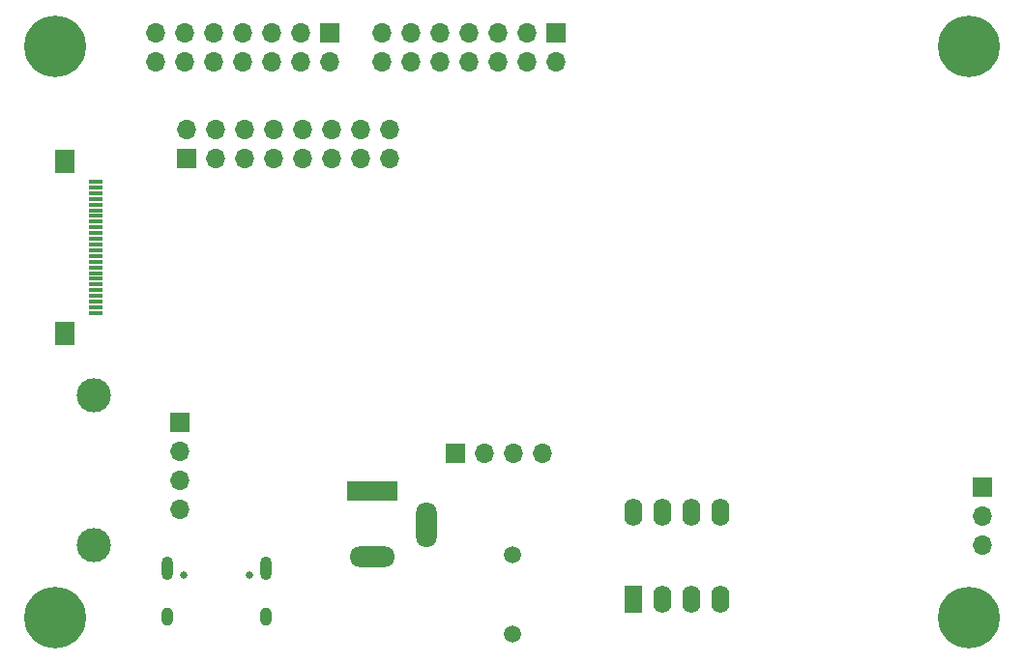
<source format=gbr>
%TF.GenerationSoftware,KiCad,Pcbnew,7.0.1*%
%TF.CreationDate,2023-09-20T00:41:55-04:00*%
%TF.ProjectId,Teacup.kicad_pcb-revB,54656163-7570-42e6-9b69-6361645f7063,B*%
%TF.SameCoordinates,Original*%
%TF.FileFunction,Soldermask,Bot*%
%TF.FilePolarity,Negative*%
%FSLAX46Y46*%
G04 Gerber Fmt 4.6, Leading zero omitted, Abs format (unit mm)*
G04 Created by KiCad (PCBNEW 7.0.1) date 2023-09-20 00:41:55*
%MOMM*%
%LPD*%
G01*
G04 APERTURE LIST*
%ADD10C,0.800000*%
%ADD11C,5.400000*%
%ADD12R,1.700000X1.700000*%
%ADD13O,1.700000X1.700000*%
%ADD14C,0.650000*%
%ADD15O,1.000000X2.100000*%
%ADD16O,1.000000X1.600000*%
%ADD17C,1.500000*%
%ADD18C,3.000000*%
%ADD19R,1.600000X2.400000*%
%ADD20O,1.600000X2.400000*%
%ADD21R,4.400000X1.800000*%
%ADD22O,4.000000X1.800000*%
%ADD23O,1.800000X4.000000*%
%ADD24R,1.300000X0.300000*%
%ADD25R,1.800000X2.000000*%
G04 APERTURE END LIST*
D10*
%TO.C,H4*%
X77975000Y0D03*
X78568109Y1431891D03*
X78568109Y-1431891D03*
X80000000Y2025000D03*
D11*
X80000000Y0D03*
D10*
X80000000Y-2025000D03*
X81431891Y1431891D03*
X81431891Y-1431891D03*
X82025000Y0D03*
%TD*%
%TO.C,H3*%
X77975000Y-50000000D03*
X78568109Y-48568109D03*
X78568109Y-51431891D03*
X80000000Y-47975000D03*
D11*
X80000000Y-50000000D03*
D10*
X80000000Y-52025000D03*
X81431891Y-48568109D03*
X81431891Y-51431891D03*
X82025000Y-50000000D03*
%TD*%
D12*
%TO.C,J12*%
X35010000Y-35590000D03*
D13*
X37550000Y-35590000D03*
X40090000Y-35590000D03*
X42630000Y-35590000D03*
%TD*%
D12*
%TO.C,J7*%
X43825000Y1175000D03*
D13*
X43825000Y-1365000D03*
X41285000Y1175000D03*
X41285000Y-1365000D03*
X38745000Y1175000D03*
X38745000Y-1365000D03*
X36205000Y1175000D03*
X36205000Y-1365000D03*
X33665000Y1175000D03*
X33665000Y-1365000D03*
X31125000Y1175000D03*
X31125000Y-1365000D03*
X28585000Y1175000D03*
X28585000Y-1365000D03*
%TD*%
D14*
%TO.C,J1*%
X11252500Y-46267500D03*
X17032500Y-46267500D03*
D15*
X9822500Y-45737500D03*
D16*
X9822500Y-49917500D03*
D15*
X18462500Y-45737500D03*
D16*
X18462500Y-49917500D03*
%TD*%
D17*
%TO.C,J10*%
X40030000Y-51495000D03*
X40030000Y-44495000D03*
%TD*%
D12*
%TO.C,J6*%
X24025000Y1175000D03*
D13*
X24025000Y-1365000D03*
X21485000Y1175000D03*
X21485000Y-1365000D03*
X18945000Y1175000D03*
X18945000Y-1365000D03*
X16405000Y1175000D03*
X16405000Y-1365000D03*
X13865000Y1175000D03*
X13865000Y-1365000D03*
X11325000Y1175000D03*
X11325000Y-1365000D03*
X8785000Y1175000D03*
X8785000Y-1365000D03*
%TD*%
D10*
%TO.C,H1*%
X-2025000Y-50000000D03*
X-1431891Y-48568109D03*
X-1431891Y-51431891D03*
X0Y-47975000D03*
D11*
X0Y-50000000D03*
D10*
X0Y-52025000D03*
X1431891Y-48568109D03*
X1431891Y-51431891D03*
X2025000Y-50000000D03*
%TD*%
D12*
%TO.C,J5*%
X81170000Y-38570000D03*
D13*
X81170000Y-41110000D03*
X81170000Y-43650000D03*
%TD*%
D12*
%TO.C,J4*%
X11525000Y-9775000D03*
D13*
X11525000Y-7235000D03*
X14065000Y-9775000D03*
X14065000Y-7235000D03*
X16605000Y-9775000D03*
X16605000Y-7235000D03*
X19145000Y-9775000D03*
X19145000Y-7235000D03*
X21685000Y-9775000D03*
X21685000Y-7235000D03*
X24225000Y-9775000D03*
X24225000Y-7235000D03*
X26765000Y-9775000D03*
X26765000Y-7235000D03*
X29305000Y-9775000D03*
X29305000Y-7235000D03*
%TD*%
D12*
%TO.C,J11*%
X10890000Y-32910000D03*
D13*
X10890000Y-35450000D03*
X10890000Y-37990000D03*
X10890000Y-40530000D03*
%TD*%
D18*
%TO.C,J3*%
X3400000Y-30530000D03*
X3400000Y-43670000D03*
%TD*%
D10*
%TO.C,H2*%
X-2025000Y0D03*
X-1431891Y1431891D03*
X-1431891Y-1431891D03*
X0Y2025000D03*
D11*
X0Y0D03*
D10*
X0Y-2025000D03*
X1431891Y1431891D03*
X1431891Y-1431891D03*
X2025000Y0D03*
%TD*%
D19*
%TO.C,U5*%
X50600000Y-48440000D03*
D20*
X53140000Y-48440000D03*
X55680000Y-48440000D03*
X58220000Y-48440000D03*
X58220000Y-40820000D03*
X55680000Y-40820000D03*
X53140000Y-40820000D03*
X50600000Y-40820000D03*
%TD*%
D21*
%TO.C,J8*%
X27740000Y-38900000D03*
D22*
X27740000Y-44700000D03*
D23*
X32540000Y-41900000D03*
%TD*%
D24*
%TO.C,J9*%
X3565000Y-23340000D03*
X3565000Y-22840000D03*
X3565000Y-22340000D03*
X3565000Y-21840000D03*
X3565000Y-21340000D03*
X3565000Y-20840000D03*
X3565000Y-20340000D03*
X3565000Y-19840000D03*
X3565000Y-19340000D03*
X3565000Y-18840000D03*
X3565000Y-18340000D03*
X3565000Y-17840000D03*
X3565000Y-17340000D03*
X3565000Y-16840000D03*
X3565000Y-16340000D03*
X3565000Y-15840000D03*
X3565000Y-15340000D03*
X3565000Y-14840000D03*
X3565000Y-14340000D03*
X3565000Y-13840000D03*
X3565000Y-13340000D03*
X3565000Y-12840000D03*
X3565000Y-12340000D03*
X3565000Y-11840000D03*
D25*
X815000Y-25140000D03*
X815000Y-10040000D03*
%TD*%
M02*

</source>
